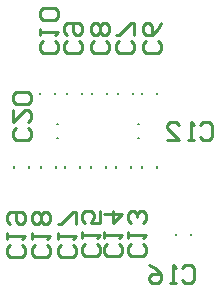
<source format=gbo>
G04 Layer_Color=32896*
%FSLAX25Y25*%
%MOIN*%
G70*
G01*
G75*
%ADD21C,0.01000*%
%ADD35C,0.00787*%
D21*
X414998Y303499D02*
X415998Y302499D01*
Y300500D01*
X414998Y299500D01*
X411000D01*
X410000Y300500D01*
Y302499D01*
X411000Y303499D01*
X410000Y309497D02*
Y305498D01*
X413999Y309497D01*
X414998D01*
X415998Y308497D01*
Y306498D01*
X414998Y305498D01*
Y311496D02*
X415998Y312496D01*
Y314495D01*
X414998Y315495D01*
X411000D01*
X410000Y314495D01*
Y312496D01*
X411000Y311496D01*
X414998D01*
X412998Y264499D02*
X413998Y263499D01*
Y261500D01*
X412998Y260500D01*
X409000D01*
X408000Y261500D01*
Y263499D01*
X409000Y264499D01*
X408000Y266498D02*
Y268497D01*
Y267498D01*
X413998D01*
X412998Y266498D01*
X409000Y271496D02*
X408000Y272496D01*
Y274496D01*
X409000Y275495D01*
X412998D01*
X413998Y274496D01*
Y272496D01*
X412998Y271496D01*
X411999D01*
X410999Y272496D01*
Y275495D01*
X421498Y264499D02*
X422498Y263499D01*
Y261500D01*
X421498Y260500D01*
X417500D01*
X416500Y261500D01*
Y263499D01*
X417500Y264499D01*
X416500Y266498D02*
Y268497D01*
Y267498D01*
X422498D01*
X421498Y266498D01*
Y271496D02*
X422498Y272496D01*
Y274496D01*
X421498Y275495D01*
X420499D01*
X419499Y274496D01*
X418499Y275495D01*
X417500D01*
X416500Y274496D01*
Y272496D01*
X417500Y271496D01*
X418499D01*
X419499Y272496D01*
X420499Y271496D01*
X421498D01*
X419499Y272496D02*
Y274496D01*
X429998Y264499D02*
X430998Y263499D01*
Y261500D01*
X429998Y260500D01*
X426000D01*
X425000Y261500D01*
Y263499D01*
X426000Y264499D01*
X425000Y266498D02*
Y268497D01*
Y267498D01*
X430998D01*
X429998Y266498D01*
X430998Y271496D02*
Y275495D01*
X429998D01*
X426000Y271496D01*
X425000D01*
X466501Y256998D02*
X467501Y257998D01*
X469500D01*
X470500Y256998D01*
Y253000D01*
X469500Y252000D01*
X467501D01*
X466501Y253000D01*
X464502Y252000D02*
X462503D01*
X463502D01*
Y257998D01*
X464502Y256998D01*
X455505Y257998D02*
X457504Y256998D01*
X459504Y254999D01*
Y253000D01*
X458504Y252000D01*
X456504D01*
X455505Y253000D01*
Y253999D01*
X456504Y254999D01*
X459504D01*
X437998Y264999D02*
X438998Y263999D01*
Y262000D01*
X437998Y261000D01*
X434000D01*
X433000Y262000D01*
Y263999D01*
X434000Y264999D01*
X433000Y266998D02*
Y268997D01*
Y267998D01*
X438998D01*
X437998Y266998D01*
X438998Y275995D02*
Y271996D01*
X435999D01*
X436999Y273996D01*
Y274995D01*
X435999Y275995D01*
X434000D01*
X433000Y274995D01*
Y272996D01*
X434000Y271996D01*
X445498Y264999D02*
X446498Y263999D01*
Y262000D01*
X445498Y261000D01*
X441500D01*
X440500Y262000D01*
Y263999D01*
X441500Y264999D01*
X440500Y266998D02*
Y268997D01*
Y267998D01*
X446498D01*
X445498Y266998D01*
X440500Y274995D02*
X446498D01*
X443499Y271996D01*
Y275995D01*
X453498Y264999D02*
X454498Y263999D01*
Y262000D01*
X453498Y261000D01*
X449500D01*
X448500Y262000D01*
Y263999D01*
X449500Y264999D01*
X448500Y266998D02*
Y268997D01*
Y267998D01*
X454498D01*
X453498Y266998D01*
Y271996D02*
X454498Y272996D01*
Y274995D01*
X453498Y275995D01*
X452499D01*
X451499Y274995D01*
Y273996D01*
Y274995D01*
X450499Y275995D01*
X449500D01*
X448500Y274995D01*
Y272996D01*
X449500Y271996D01*
X472501Y304498D02*
X473501Y305498D01*
X475500D01*
X476500Y304498D01*
Y300500D01*
X475500Y299500D01*
X473501D01*
X472501Y300500D01*
X470502Y299500D02*
X468503D01*
X469502D01*
Y305498D01*
X470502Y304498D01*
X461505Y299500D02*
X465504D01*
X461505Y303499D01*
Y304498D01*
X462504Y305498D01*
X464504D01*
X465504Y304498D01*
X423998Y332499D02*
X424998Y331499D01*
Y329500D01*
X423998Y328500D01*
X420000D01*
X419000Y329500D01*
Y331499D01*
X420000Y332499D01*
X419000Y334498D02*
Y336497D01*
Y335498D01*
X424998D01*
X423998Y334498D01*
Y339496D02*
X424998Y340496D01*
Y342495D01*
X423998Y343495D01*
X420000D01*
X419000Y342495D01*
Y340496D01*
X420000Y339496D01*
X423998D01*
X431998Y332499D02*
X432998Y331499D01*
Y329500D01*
X431998Y328500D01*
X428000D01*
X427000Y329500D01*
Y331499D01*
X428000Y332499D01*
Y334498D02*
X427000Y335498D01*
Y337497D01*
X428000Y338497D01*
X431998D01*
X432998Y337497D01*
Y335498D01*
X431998Y334498D01*
X430999D01*
X429999Y335498D01*
Y338497D01*
X440998Y332499D02*
X441998Y331499D01*
Y329500D01*
X440998Y328500D01*
X437000D01*
X436000Y329500D01*
Y331499D01*
X437000Y332499D01*
X440998Y334498D02*
X441998Y335498D01*
Y337497D01*
X440998Y338497D01*
X439999D01*
X438999Y337497D01*
X437999Y338497D01*
X437000D01*
X436000Y337497D01*
Y335498D01*
X437000Y334498D01*
X437999D01*
X438999Y335498D01*
X439999Y334498D01*
X440998D01*
X438999Y335498D02*
Y337497D01*
X449498Y332499D02*
X450498Y331499D01*
Y329500D01*
X449498Y328500D01*
X445500D01*
X444500Y329500D01*
Y331499D01*
X445500Y332499D01*
X450498Y334498D02*
Y338497D01*
X449498D01*
X445500Y334498D01*
X444500D01*
X458498Y332499D02*
X459498Y331499D01*
Y329500D01*
X458498Y328500D01*
X454500D01*
X453500Y329500D01*
Y331499D01*
X454500Y332499D01*
X459498Y338497D02*
X458498Y336497D01*
X456499Y334498D01*
X454500D01*
X453500Y335498D01*
Y337497D01*
X454500Y338497D01*
X455499D01*
X456499Y337497D01*
Y334498D01*
D35*
X451803Y304961D02*
X452197D01*
X451803Y300039D02*
X452197D01*
X469461Y267803D02*
Y268197D01*
X464539Y267803D02*
Y268197D01*
X424803Y300039D02*
X425197D01*
X424803Y304961D02*
X425197D01*
X415461Y290303D02*
Y290697D01*
X410539Y290303D02*
Y290697D01*
X424461Y290303D02*
Y290697D01*
X419539Y290303D02*
Y290697D01*
X432461Y290303D02*
Y290697D01*
X427539Y290303D02*
Y290697D01*
X440961Y290303D02*
Y290697D01*
X436039Y290303D02*
Y290697D01*
X449303Y290303D02*
Y290697D01*
X444382Y290303D02*
Y290697D01*
X457961Y290303D02*
Y290697D01*
X453039Y290303D02*
Y290697D01*
X419039Y314803D02*
Y315197D01*
X423961Y314803D02*
Y315197D01*
X428039Y314803D02*
Y315197D01*
X432961Y314803D02*
Y315197D01*
X436539Y314803D02*
Y315197D01*
X441461Y314803D02*
Y315197D01*
X453224Y314803D02*
Y315197D01*
X458146Y314803D02*
Y315197D01*
X445039Y314803D02*
Y315197D01*
X449961Y314803D02*
Y315197D01*
M02*

</source>
